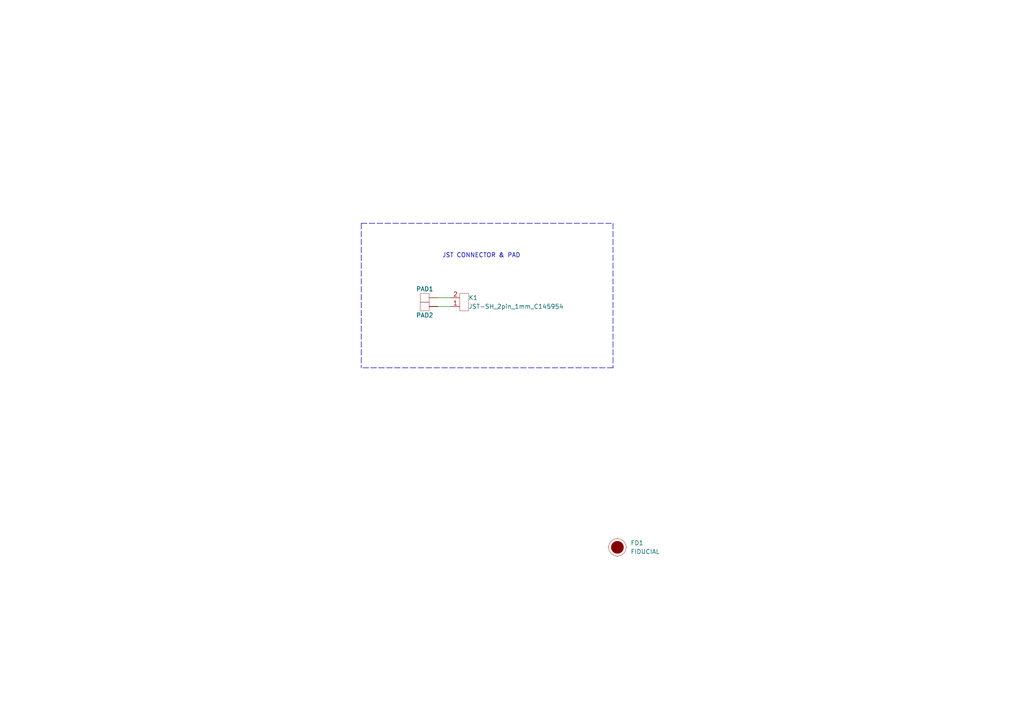
<source format=kicad_sch>
(kicad_sch (version 20210621) (generator eeschema)

  (uuid 96fc5a53-e9a6-4edb-a5b7-40226b9af67c)

  (paper "A4")

  (title_block
    (title "Soil humidity sensor")
    (date "2021-07-05")
    (rev "V1.1.1.")
    (company "SOLDEREd")
    (comment 1 "333075")
  )

  (lib_symbols
    (symbol "e-radionica.com schematics:FIDUCIAL" (in_bom yes) (on_board yes)
      (property "Reference" "FD" (id 0) (at 0 3.81 0)
        (effects (font (size 1.27 1.27)))
      )
      (property "Value" "FIDUCIAL" (id 1) (at 0 -3.81 0)
        (effects (font (size 1.27 1.27)))
      )
      (property "Footprint" "e-radionica.com footprinti:FIDUCIAL_23" (id 2) (at 0.254 -5.334 0)
        (effects (font (size 1.27 1.27)) hide)
      )
      (property "Datasheet" "" (id 3) (at 0 0 0)
        (effects (font (size 1.27 1.27)) hide)
      )
      (symbol "FIDUCIAL_0_1"
        (circle (center 0 0) (radius 2.54) (stroke (width 0.0006)) (fill (type none)))
        (circle (center 0 0) (radius 1.7961) (stroke (width 0.001)) (fill (type outline)))
        (polyline
          (pts
            (xy -2.54 0)
            (xy -2.794 0)
          )
          (stroke (width 0.0006)) (fill (type none))
        )
        (polyline
          (pts
            (xy 0 -2.54)
            (xy 0 -2.794)
          )
          (stroke (width 0.0006)) (fill (type none))
        )
        (polyline
          (pts
            (xy 0 2.54)
            (xy 0 2.794)
          )
          (stroke (width 0.0006)) (fill (type none))
        )
        (polyline
          (pts
            (xy 2.54 0)
            (xy 2.794 0)
          )
          (stroke (width 0.0006)) (fill (type none))
        )
      )
    )
    (symbol "e-radionica.com schematics:JST-SH_2pin_1mm_C145954" (in_bom yes) (on_board yes)
      (property "Reference" "K" (id 0) (at 0 5.715 0)
        (effects (font (size 1.27 1.27)))
      )
      (property "Value" "JST-SH_2pin_1mm_C145954" (id 1) (at 0 -3.81 0)
        (effects (font (size 1.27 1.27)))
      )
      (property "Footprint" "e-radionica.com footprinti:JST-SH_2pin_1mm_C145954" (id 2) (at 0 0 0)
        (effects (font (size 1.27 1.27)) hide)
      )
      (property "Datasheet" "" (id 3) (at 0 0 0)
        (effects (font (size 1.27 1.27)) hide)
      )
      (symbol "JST-SH_2pin_1mm_C145954_0_1"
        (rectangle (start 1.27 -2.54) (end -1.27 2.54)
          (stroke (width 0.0006)) (fill (type none))
        )
      )
      (symbol "JST-SH_2pin_1mm_C145954_1_1"
        (pin passive line (at 3.81 1.27 180) (length 2.54)
          (name "" (effects (font (size 1.27 1.27))))
          (number "1" (effects (font (size 1.27 1.27))))
        )
        (pin passive line (at 3.81 -1.27 180) (length 2.54)
          (name "" (effects (font (size 1.27 1.27))))
          (number "2" (effects (font (size 1.27 1.27))))
        )
      )
    )
    (symbol "e-radionica.com schematics:PAD_2x1.5" (pin_numbers hide) (pin_names hide) (in_bom yes) (on_board yes)
      (property "Reference" "PAD" (id 0) (at 0 2.54 0)
        (effects (font (size 1.27 1.27)))
      )
      (property "Value" "PAD_2x1.5" (id 1) (at 0 -2.54 0)
        (effects (font (size 1.27 1.27)))
      )
      (property "Footprint" "e-radionica.com footprinti:PAD_2x1.5" (id 2) (at -1.27 -3.81 0)
        (effects (font (size 1.27 1.27)) hide)
      )
      (property "Datasheet" "" (id 3) (at -1.27 0 0)
        (effects (font (size 1.27 1.27)) hide)
      )
      (symbol "PAD_2x1.5_0_1"
        (rectangle (start -1.27 1.27) (end 1.27 -1.27)
          (stroke (width 0.0006)) (fill (type none))
        )
      )
      (symbol "PAD_2x1.5_1_1"
        (pin passive line (at -3.81 0 0) (length 2.54)
          (name "~" (effects (font (size 1.27 1.27))))
          (number "1" (effects (font (size 1.27 1.27))))
        )
      )
    )
  )


  (wire (pts (xy 127 86.36) (xy 130.81 86.36))
    (stroke (width 0) (type solid) (color 0 0 0 0))
    (uuid 94ff34b4-bb62-41d1-aa83-be39c86588e8)
  )
  (wire (pts (xy 127 88.9) (xy 130.81 88.9))
    (stroke (width 0) (type solid) (color 0 0 0 0))
    (uuid 0698650a-78e1-4058-b1f3-fa5ddcf77965)
  )
  (polyline (pts (xy 104.775 64.77) (xy 104.775 106.68))
    (stroke (width 0) (type dash) (color 0 0 0 0))
    (uuid d477799b-44e9-4d13-84a2-a96d3ec96a33)
  )
  (polyline (pts (xy 104.775 64.77) (xy 177.8 64.77))
    (stroke (width 0) (type dash) (color 0 0 0 0))
    (uuid d477799b-44e9-4d13-84a2-a96d3ec96a33)
  )
  (polyline (pts (xy 177.8 64.77) (xy 177.8 106.68))
    (stroke (width 0) (type dash) (color 0 0 0 0))
    (uuid d477799b-44e9-4d13-84a2-a96d3ec96a33)
  )
  (polyline (pts (xy 177.8 106.68) (xy 104.775 106.68))
    (stroke (width 0) (type dash) (color 0 0 0 0))
    (uuid d477799b-44e9-4d13-84a2-a96d3ec96a33)
  )

  (text "JST CONNECTOR & PAD" (at 128.27 74.93 0)
    (effects (font (size 1.27 1.27)) (justify left bottom))
    (uuid c9770a41-e6f3-4a2b-acaf-05d073016672)
  )

  (symbol (lib_id "e-radionica.com schematics:PAD_2x1.5") (at 123.19 86.36 180) (unit 1)
    (in_bom yes) (on_board yes)
    (uuid c94c5812-c06e-46f7-9115-00cdb92ca597)
    (property "Reference" "PAD1" (id 0) (at 123.19 83.82 0))
    (property "Value" "PAD_2x1.5" (id 1) (at 125.73 82.55 0)
      (effects (font (size 1.27 1.27)) hide)
    )
    (property "Footprint" "e-radionica.com footprinti:PAD_2x1.5" (id 2) (at 124.46 82.55 0)
      (effects (font (size 1.27 1.27)) hide)
    )
    (property "Datasheet" "" (id 3) (at 124.46 86.36 0)
      (effects (font (size 1.27 1.27)) hide)
    )
    (pin "1" (uuid f90b5ec0-c1af-40ad-880f-1f6e98661b94))
  )

  (symbol (lib_id "e-radionica.com schematics:PAD_2x1.5") (at 123.19 88.9 180) (unit 1)
    (in_bom yes) (on_board yes)
    (uuid 5cc9f2d5-eb50-49cf-a3aa-c9db43c534c4)
    (property "Reference" "PAD2" (id 0) (at 123.19 91.44 0))
    (property "Value" "PAD_2x1.5" (id 1) (at 125.73 85.09 0)
      (effects (font (size 1.27 1.27)) hide)
    )
    (property "Footprint" "e-radionica.com footprinti:PAD_2x1.5" (id 2) (at 124.46 85.09 0)
      (effects (font (size 1.27 1.27)) hide)
    )
    (property "Datasheet" "" (id 3) (at 124.46 88.9 0)
      (effects (font (size 1.27 1.27)) hide)
    )
    (pin "1" (uuid f90b5ec0-c1af-40ad-880f-1f6e98661b94))
  )

  (symbol (lib_id "e-radionica.com schematics:JST-SH_2pin_1mm_C145954") (at 134.62 87.63 180) (unit 1)
    (in_bom yes) (on_board yes)
    (uuid 6cde3e4b-1727-4e94-815c-b9d511d1abc6)
    (property "Reference" "K1" (id 0) (at 135.89 86.36 0)
      (effects (font (size 1.27 1.27)) (justify right))
    )
    (property "Value" "JST-SH_2pin_1mm_C145954" (id 1) (at 135.89 88.9 0)
      (effects (font (size 1.27 1.27)) (justify right))
    )
    (property "Footprint" "e-radionica.com footprinti:JST-SH_2pin_1mm_C145954" (id 2) (at 134.62 87.63 0)
      (effects (font (size 1.27 1.27)) hide)
    )
    (property "Datasheet" "" (id 3) (at 134.62 87.63 0)
      (effects (font (size 1.27 1.27)) hide)
    )
    (pin "1" (uuid f3c88234-7486-412e-bd7f-50c0a4722ac5))
    (pin "2" (uuid b2c94491-4a7f-49e7-b5e5-7f812090b050))
  )

  (symbol (lib_id "e-radionica.com schematics:FIDUCIAL") (at 179.07 158.75 0) (unit 1)
    (in_bom yes) (on_board yes)
    (uuid eab3cd70-88b0-4e5b-b23e-ebfda3142f51)
    (property "Reference" "FD1" (id 0) (at 182.88 157.48 0)
      (effects (font (size 1.27 1.27)) (justify left))
    )
    (property "Value" "FIDUCIAL" (id 1) (at 182.88 160.02 0)
      (effects (font (size 1.27 1.27)) (justify left))
    )
    (property "Footprint" "e-radionica.com footprinti:FIDUCIAL_23" (id 2) (at 179.324 164.084 0)
      (effects (font (size 1.27 1.27)) hide)
    )
    (property "Datasheet" "" (id 3) (at 179.07 158.75 0)
      (effects (font (size 1.27 1.27)) hide)
    )
  )

  (sheet_instances
    (path "/" (page "1"))
  )

  (symbol_instances
    (path "/eab3cd70-88b0-4e5b-b23e-ebfda3142f51"
      (reference "FD1") (unit 1) (value "FIDUCIAL") (footprint "e-radionica.com footprinti:FIDUCIAL_23")
    )
    (path "/6cde3e4b-1727-4e94-815c-b9d511d1abc6"
      (reference "K1") (unit 1) (value "JST-SH_2pin_1mm_C145954") (footprint "e-radionica.com footprinti:JST-SH_2pin_1mm_C145954")
    )
    (path "/c94c5812-c06e-46f7-9115-00cdb92ca597"
      (reference "PAD1") (unit 1) (value "PAD_2x1.5") (footprint "e-radionica.com footprinti:PAD_2x1.5")
    )
    (path "/5cc9f2d5-eb50-49cf-a3aa-c9db43c534c4"
      (reference "PAD2") (unit 1) (value "PAD_2x1.5") (footprint "e-radionica.com footprinti:PAD_2x1.5")
    )
  )
)

</source>
